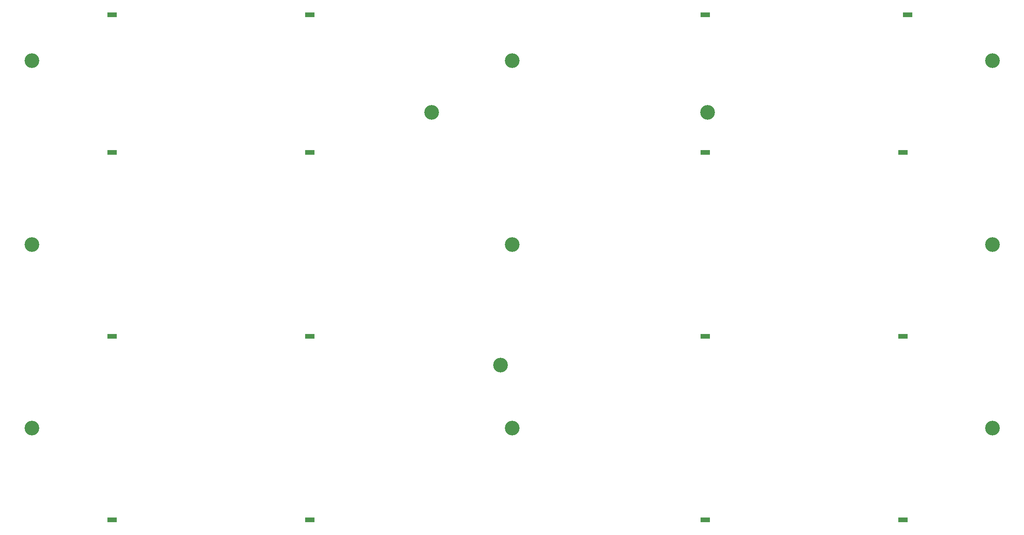
<source format=gbr>
%TF.GenerationSoftware,KiCad,Pcbnew,7.0.1*%
%TF.CreationDate,2025-05-27T16:56:48+02:00*%
%TF.ProjectId,federkontaktplatine_oben,66656465-726b-46f6-9e74-616b74706c61,rev?*%
%TF.SameCoordinates,Original*%
%TF.FileFunction,Soldermask,Bot*%
%TF.FilePolarity,Negative*%
%FSLAX46Y46*%
G04 Gerber Fmt 4.6, Leading zero omitted, Abs format (unit mm)*
G04 Created by KiCad (PCBNEW 7.0.1) date 2025-05-27 16:56:48*
%MOMM*%
%LPD*%
G01*
G04 APERTURE LIST*
%ADD10C,3.200000*%
%ADD11R,2.000000X1.000000*%
G04 APERTURE END LIST*
D10*
%TO.C,H11*%
X148000000Y-78750000D03*
%TD*%
%TO.C,H8*%
X252500000Y-38750000D03*
%TD*%
%TO.C,H12*%
X252500000Y-78750000D03*
%TD*%
%TO.C,H6*%
X43500000Y-78750000D03*
%TD*%
%TO.C,H9*%
X252500000Y-118750000D03*
%TD*%
%TO.C,H7*%
X148000000Y-118750000D03*
%TD*%
%TO.C,H10*%
X148000000Y-38750000D03*
%TD*%
%TO.C,H4*%
X43500000Y-38750000D03*
%TD*%
%TO.C,H5*%
X43500000Y-118750000D03*
%TD*%
%TO.C,H3*%
X130500000Y-50000000D03*
%TD*%
%TO.C,H2*%
X190500000Y-50000000D03*
%TD*%
%TO.C,H1*%
X145500000Y-105000000D03*
%TD*%
D11*
%TO.C,TP16*%
X190000000Y-28750000D03*
%TD*%
%TO.C,TP11*%
X104000000Y-98750000D03*
%TD*%
%TO.C,TP4*%
X190000000Y-98750000D03*
%TD*%
%TO.C,TP15*%
X234000000Y-28750000D03*
%TD*%
%TO.C,TP8*%
X104000000Y-28750000D03*
%TD*%
%TO.C,TP5*%
X233000000Y-58750000D03*
%TD*%
%TO.C,TP10*%
X61000000Y-58750000D03*
%TD*%
%TO.C,TP3*%
X233000000Y-98750000D03*
%TD*%
%TO.C,TP14*%
X61000000Y-138750000D03*
%TD*%
%TO.C,TP7*%
X61000000Y-28750000D03*
%TD*%
%TO.C,TP1*%
X233000000Y-138750000D03*
%TD*%
%TO.C,TP12*%
X61000000Y-98750000D03*
%TD*%
%TO.C,TP13*%
X104000000Y-138750000D03*
%TD*%
%TO.C,TP2*%
X190000000Y-138750000D03*
%TD*%
%TO.C,TP6*%
X190000000Y-58750000D03*
%TD*%
%TO.C,TP9*%
X104000000Y-58750000D03*
%TD*%
M02*

</source>
